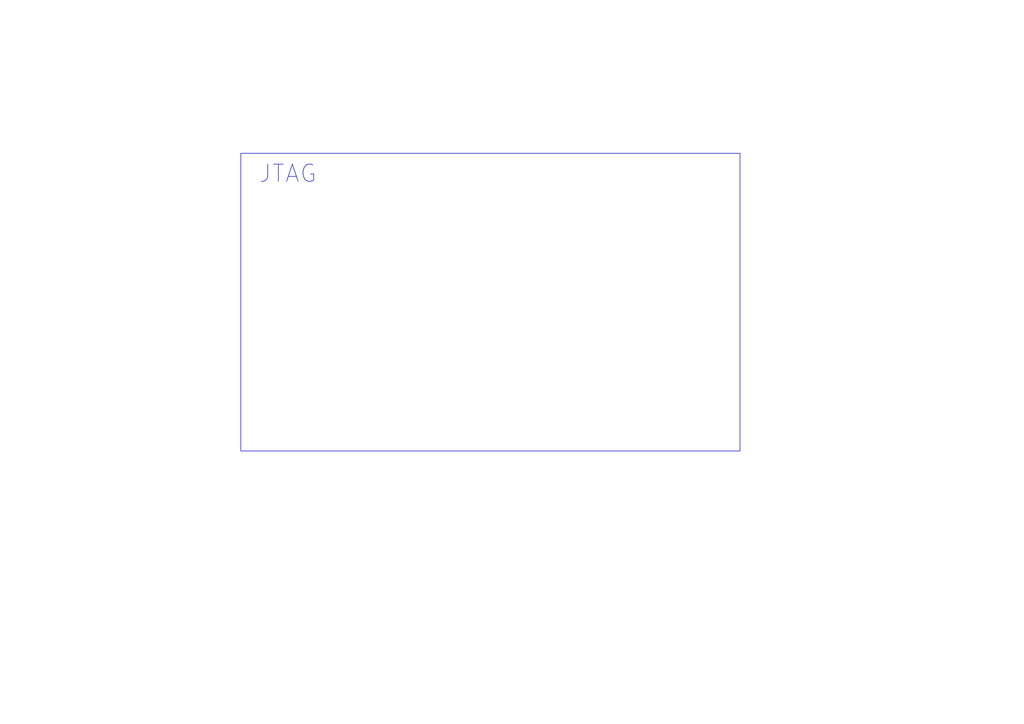
<source format=kicad_sch>
(kicad_sch
	(version 20250114)
	(generator "eeschema")
	(generator_version "9.0")
	(uuid "b824ebe9-87a1-40c1-8ea7-2e2247cf714a")
	(paper "A4")
	(lib_symbols)
	(rectangle
		(start 69.85 44.45)
		(end 214.63 130.81)
		(stroke
			(width 0)
			(type default)
		)
		(fill
			(type none)
		)
		(uuid 3662dd2b-2f4e-47e1-8308-ec5b4ffc7a00)
	)
	(text "JTAG\n"
		(exclude_from_sim no)
		(at 74.93 50.546 0)
		(effects
			(font
				(size 5 5)
			)
			(justify left)
		)
		(uuid "bcd87c03-eb78-4bea-8fc6-f4490f80fb62")
	)
)

</source>
